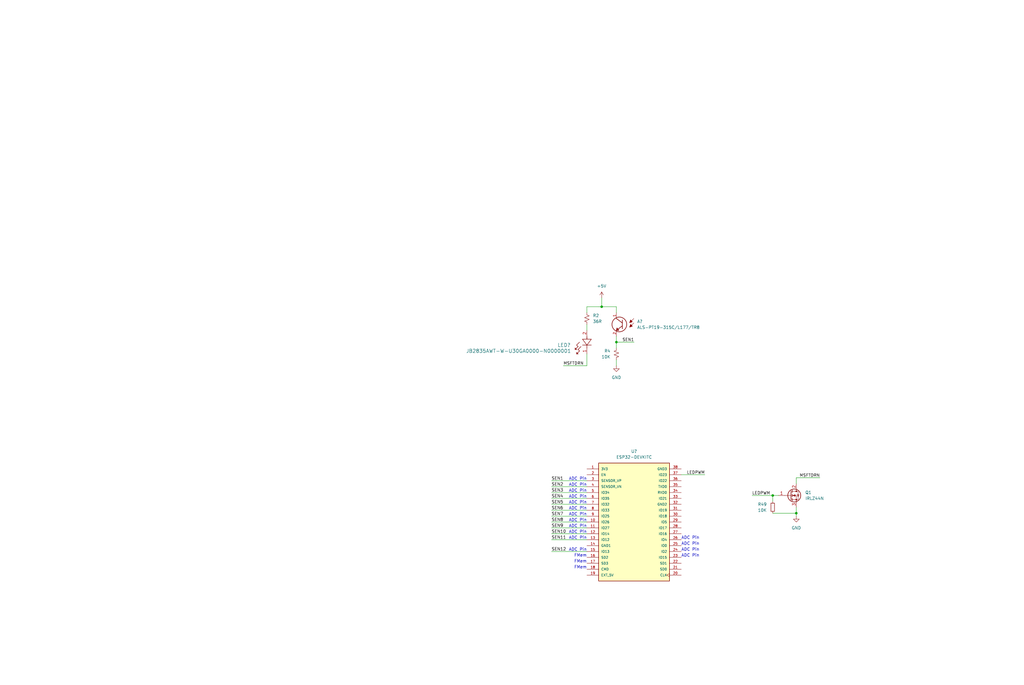
<source format=kicad_sch>
(kicad_sch (version 20211123) (generator eeschema)
  (paper "User" 440.944 294.919)
  (lib_symbols
    (symbol "ALS-PT19-315C_L177_TR8:ALS-PT19-315C{slash}L177{slash}TR8" (pin_names (offset 1.016))
      (property "Reference" "A" (at -10.1556 5.0822 0))
      (property "Value" "ALS-PT19-315C{slash}L177{slash}TR8" (at -10.1508 -7.62 0))
      (symbol "ALS-PT19-315C{slash}L177{slash}TR8_0_0"
        (polyline (pts (xy -4.953 0.635) (xy -3.175 -1.143)) (stroke (width 0.1524)))
        (polyline (pts (xy -4.953 2.54) (xy -3.175 0.762)) (stroke (width 0.1524)))
        (polyline (pts (xy -4.318 -0.762) (xy -3.556 0)) (stroke (width 0.1524)))
        (polyline (pts (xy -4.318 1.143) (xy -3.556 1.905)) (stroke (width 0.1524)))
        (polyline (pts (xy -3.556 0) (xy -3.175 -1.143)) (stroke (width 0.1524)))
        (polyline (pts (xy -3.556 1.905) (xy -3.175 0.762)) (stroke (width 0.1524)))
        (polyline (pts (xy -3.175 -1.143) (xy -4.318 -0.762)) (stroke (width 0.1524)))
        (polyline (pts (xy -3.175 0.762) (xy -4.318 1.143)) (stroke (width 0.1524)))
        (polyline (pts (xy 0 -0.635) (xy 0 -1.905)) (stroke (width 0.254)))
        (polyline (pts (xy 0 -0.635) (xy 2.54 -2.54)) (stroke (width 0.254)))
        (polyline (pts (xy 0 0.635) (xy 0 -0.635)) (stroke (width 0.254)))
        (polyline (pts (xy 0 0.635) (xy 2.54 2.54)) (stroke (width 0.254)))
        (polyline (pts (xy 0 1.905) (xy 0 0.635)) (stroke (width 0.254)))
        (polyline (pts (xy 2.286 -2.286) (xy 2.54 -2.54)) (stroke (width 0.1524)))
        (polyline (pts (xy -4.318 -0.762) (xy -3.175 -1.143) (xy -3.556 0) (xy -4.318 -0.762)) (stroke (width 0.1524)) (fill (type outline)))
        (polyline (pts (xy -4.318 1.143) (xy -3.175 0.762) (xy -3.556 1.905) (xy -4.318 1.143)) (stroke (width 0.1524)) (fill (type outline)))
        (polyline (pts (xy 2.54 -2.54) (xy 2.286 -1.524) (xy 1.524 -2.54) (xy 2.54 -2.54)) (stroke (width 0.254)) (fill (type outline)))
        (circle (center 1.27 0) (radius 3.175) (stroke (width 0.254)))
        (pin passive line (at 2.54 5.08 270) (length 2.54) (name "~") (number "1"))
        (pin passive line (at 2.54 -5.08 90) (length 2.54) (name "~") (number "2"))
      )
    )
    (symbol "Device:R_Small" (pin_numbers hide) (pin_names (offset 0.254) hide)
      (property "Reference" "R" (at 0.762 0.508 0))
      (property "Value" "R_Small" (at 0.762 -1.016 0))
      (symbol "R_Small_0_1"
        (rectangle (start -0.762 1.778) (end 0.762 -1.778) (stroke (width 0.2032)))
      )
      (symbol "R_Small_1_1"
        (pin passive line (at 0 2.54 270) (length 0.762) (name "~") (number "1"))
        (pin passive line (at 0 -2.54 90) (length 0.762) (name "~") (number "2"))
      )
    )
    (symbol "Device:R_Small_US" (pin_numbers hide) (pin_names (offset 0.254) hide)
      (property "Reference" "R" (at 0.762 0.508 0))
      (property "Value" "R_Small_US" (at 0.762 -1.016 0))
      (symbol "R_Small_US_1_1"
        (polyline (pts (xy 0 0) (xy 1.016 -0.381) (xy 0 -0.762) (xy -1.016 -1.143) (xy 0 -1.524)))
        (polyline (pts (xy 0 1.524) (xy 1.016 1.143) (xy 0 0.762) (xy -1.016 0.381) (xy 0 0)))
        (pin passive line (at 0 2.54 270) (length 1.016) (name "~") (number "1"))
        (pin passive line (at 0 -2.54 90) (length 1.016) (name "~") (number "2"))
      )
    )
    (symbol "ESP32-DEVKITC:ESP32-DEVKITC" (pin_names (offset 1.016))
      (property "Reference" "U" (at -15.2572 26.0643 0))
      (property "Value" "ESP32-DEVKITC" (at -15.2563 -27.9698 0))
      (symbol "ESP32-DEVKITC_0_0"
        (rectangle (start -15.24 -25.4) (end 15.24 25.4) (stroke (width 0.254)) (fill (type background)))
        (pin power_in line (at -20.32 22.86 0) (length 5.08) (name "3V3") (number "1"))
        (pin bidirectional line (at -20.32 0 0) (length 5.08) (name "IO26") (number "10"))
        (pin bidirectional line (at -20.32 -2.54 0) (length 5.08) (name "IO27") (number "11"))
        (pin bidirectional line (at -20.32 -5.08 0) (length 5.08) (name "IO14") (number "12"))
        (pin bidirectional line (at -20.32 -7.62 0) (length 5.08) (name "IO12") (number "13"))
        (pin power_in line (at -20.32 -10.16 0) (length 5.08) (name "GND1") (number "14"))
        (pin bidirectional line (at -20.32 -12.7 0) (length 5.08) (name "IO13") (number "15"))
        (pin bidirectional line (at -20.32 -15.24 0) (length 5.08) (name "SD2") (number "16"))
        (pin bidirectional line (at -20.32 -17.78 0) (length 5.08) (name "SD3") (number "17"))
        (pin bidirectional line (at -20.32 -20.32 0) (length 5.08) (name "CMD") (number "18"))
        (pin power_in line (at -20.32 -22.86 0) (length 5.08) (name "EXT_5V") (number "19"))
        (pin input line (at -20.32 20.32 0) (length 5.08) (name "EN") (number "2"))
        (pin input clock (at 20.32 -22.86 180) (length 5.08) (name "CLK") (number "20"))
        (pin bidirectional line (at 20.32 -20.32 180) (length 5.08) (name "SD0") (number "21"))
        (pin bidirectional line (at 20.32 -17.78 180) (length 5.08) (name "SD1") (number "22"))
        (pin bidirectional line (at 20.32 -15.24 180) (length 5.08) (name "IO15") (number "23"))
        (pin bidirectional line (at 20.32 -12.7 180) (length 5.08) (name "IO2") (number "24"))
        (pin bidirectional line (at 20.32 -10.16 180) (length 5.08) (name "IO0") (number "25"))
        (pin bidirectional line (at 20.32 -7.62 180) (length 5.08) (name "IO4") (number "26"))
        (pin bidirectional line (at 20.32 -5.08 180) (length 5.08) (name "IO16") (number "27"))
        (pin bidirectional line (at 20.32 -2.54 180) (length 5.08) (name "IO17") (number "28"))
        (pin bidirectional line (at 20.32 0 180) (length 5.08) (name "IO5") (number "29"))
        (pin input line (at -20.32 17.78 0) (length 5.08) (name "SENSOR_VP") (number "3"))
        (pin bidirectional line (at 20.32 2.54 180) (length 5.08) (name "IO18") (number "30"))
        (pin bidirectional line (at 20.32 5.08 180) (length 5.08) (name "IO19") (number "31"))
        (pin power_in line (at 20.32 7.62 180) (length 5.08) (name "GND2") (number "32"))
        (pin bidirectional line (at 20.32 10.16 180) (length 5.08) (name "IO21") (number "33"))
        (pin input line (at 20.32 12.7 180) (length 5.08) (name "RXD0") (number "34"))
        (pin output line (at 20.32 15.24 180) (length 5.08) (name "TXD0") (number "35"))
        (pin bidirectional line (at 20.32 17.78 180) (length 5.08) (name "IO22") (number "36"))
        (pin bidirectional line (at 20.32 20.32 180) (length 5.08) (name "IO23") (number "37"))
        (pin power_in line (at 20.32 22.86 180) (length 5.08) (name "GND3") (number "38"))
        (pin input line (at -20.32 15.24 0) (length 5.08) (name "SENSOR_VN") (number "4"))
        (pin bidirectional line (at -20.32 12.7 0) (length 5.08) (name "IO34") (number "5"))
        (pin bidirectional line (at -20.32 10.16 0) (length 5.08) (name "IO35") (number "6"))
        (pin bidirectional line (at -20.32 7.62 0) (length 5.08) (name "IO32") (number "7"))
        (pin bidirectional line (at -20.32 5.08 0) (length 5.08) (name "IO33") (number "8"))
        (pin bidirectional line (at -20.32 2.54 0) (length 5.08) (name "IO25") (number "9"))
      )
    )
    (symbol "JB2835AWT-W-U30GA0000-N0000001:JB2835AWT-W-U30GA0000-N0000001" (pin_names (offset 0.254))
      (property "Reference" "LED" (at 5.08 -4.445 0))
      (property "Value" "JB2835AWT-W-U30GA0000-N0000001" (at 5.08 -7.62 0))
      (symbol "JB2835AWT-W-U30GA0000-N0000001_1_1"
        (polyline (pts (xy 2.54 0) (xy 3.4798 0)) (stroke (width 0.2032)))
        (polyline (pts (xy 3.175 0) (xy 3.81 0)) (stroke (width 0.2032)))
        (polyline (pts (xy 3.81 -1.905) (xy 6.35 0)) (stroke (width 0.2032)))
        (polyline (pts (xy 3.81 1.905) (xy 3.81 -1.905)) (stroke (width 0.2032)))
        (polyline (pts (xy 5.08 3.175) (xy 6.35 4.445)) (stroke (width 0.2032)))
        (polyline (pts (xy 6.35 -1.905) (xy 6.35 1.905)) (stroke (width 0.2032)))
        (polyline (pts (xy 6.35 0) (xy 3.81 1.905)) (stroke (width 0.2032)))
        (polyline (pts (xy 6.35 0) (xy 7.62 0)) (stroke (width 0.2032)))
        (polyline (pts (xy 6.35 4.445) (xy 6.985 3.81)) (stroke (width 0.2032)))
        (polyline (pts (xy 6.985 2.54) (xy 8.255 3.81)) (stroke (width 0.2032)))
        (polyline (pts (xy 6.985 3.81) (xy 8.255 5.08)) (stroke (width 0.2032)))
        (polyline (pts (xy 7.62 5.08) (xy 8.255 4.445)) (stroke (width 0.2032)))
        (polyline (pts (xy 8.255 3.81) (xy 8.89 3.175)) (stroke (width 0.2032)))
        (polyline (pts (xy 8.255 4.445) (xy 8.255 5.08)) (stroke (width 0.2032)))
        (polyline (pts (xy 8.255 5.08) (xy 7.62 5.08)) (stroke (width 0.2032)))
        (polyline (pts (xy 8.89 3.175) (xy 10.16 4.445)) (stroke (width 0.2032)))
        (polyline (pts (xy 9.525 4.445) (xy 10.16 3.81)) (stroke (width 0.2032)))
        (polyline (pts (xy 10.16 3.81) (xy 10.16 4.445)) (stroke (width 0.2032)))
        (polyline (pts (xy 10.16 4.445) (xy 9.525 4.445)) (stroke (width 0.2032)))
        (pin unspecified line (at 10.16 0 180) (length 2.54) (name "") (number "1"))
        (pin unspecified line (at 0 0 0) (length 2.54) (name "") (number "2"))
      )
      (symbol "JB2835AWT-W-U30GA0000-N0000001_1_2"
        (polyline (pts (xy -5.08 7.62) (xy -4.445 8.255)) (stroke (width 0.2032)))
        (polyline (pts (xy -5.08 8.255) (xy -5.08 7.62)) (stroke (width 0.2032)))
        (polyline (pts (xy -4.445 6.35) (xy -3.81 6.985)) (stroke (width 0.2032)))
        (polyline (pts (xy -4.445 8.255) (xy -5.08 8.255)) (stroke (width 0.2032)))
        (polyline (pts (xy -4.445 9.525) (xy -3.81 10.16)) (stroke (width 0.2032)))
        (polyline (pts (xy -4.445 10.16) (xy -4.445 9.525)) (stroke (width 0.2032)))
        (polyline (pts (xy -3.81 6.985) (xy -5.08 8.255)) (stroke (width 0.2032)))
        (polyline (pts (xy -3.81 8.255) (xy -3.175 8.89)) (stroke (width 0.2032)))
        (polyline (pts (xy -3.81 10.16) (xy -4.445 10.16)) (stroke (width 0.2032)))
        (polyline (pts (xy -3.175 5.08) (xy -4.445 6.35)) (stroke (width 0.2032)))
        (polyline (pts (xy -3.175 8.89) (xy -4.445 10.16)) (stroke (width 0.2032)))
        (polyline (pts (xy -2.54 6.985) (xy -3.81 8.255)) (stroke (width 0.2032)))
        (polyline (pts (xy -1.905 3.81) (xy 1.905 3.81)) (stroke (width 0.2032)))
        (polyline (pts (xy 0 2.54) (xy 0 3.4798)) (stroke (width 0.2032)))
        (polyline (pts (xy 0 3.175) (xy 0 3.81)) (stroke (width 0.2032)))
        (polyline (pts (xy 0 6.35) (xy -1.905 3.81)) (stroke (width 0.2032)))
        (polyline (pts (xy 0 6.35) (xy 0 7.62)) (stroke (width 0.2032)))
        (polyline (pts (xy 1.905 3.81) (xy 0 6.35)) (stroke (width 0.2032)))
        (polyline (pts (xy 1.905 6.35) (xy -1.905 6.35)) (stroke (width 0.2032)))
        (pin unspecified line (at 0 10.16 270) (length 2.54) (name "") (number "1"))
        (pin unspecified line (at 0 0 90) (length 2.54) (name "") (number "2"))
      )
    )
    (symbol "Transistor_FET:IRLZ44N" (pin_names hide)
      (property "Reference" "Q" (at 6.35 1.905 0))
      (property "Value" "IRLZ44N" (at 6.35 0 0))
      (symbol "IRLZ44N_0_1"
        (polyline (pts (xy 0.254 0) (xy -2.54 0)))
        (polyline (pts (xy 0.254 1.905) (xy 0.254 -1.905)) (stroke (width 0.254)))
        (polyline (pts (xy 0.762 -1.27) (xy 0.762 -2.286)) (stroke (width 0.254)))
        (polyline (pts (xy 0.762 0.508) (xy 0.762 -0.508)) (stroke (width 0.254)))
        (polyline (pts (xy 0.762 2.286) (xy 0.762 1.27)) (stroke (width 0.254)))
        (polyline (pts (xy 2.54 2.54) (xy 2.54 1.778)))
        (polyline (pts (xy 2.54 -2.54) (xy 2.54 0) (xy 0.762 0)))
        (polyline (pts (xy 0.762 -1.778) (xy 3.302 -1.778) (xy 3.302 1.778) (xy 0.762 1.778)))
        (polyline (pts (xy 1.016 0) (xy 2.032 0.381) (xy 2.032 -0.381) (xy 1.016 0)) (fill (type outline)))
        (polyline (pts (xy 2.794 0.508) (xy 2.921 0.381) (xy 3.683 0.381) (xy 3.81 0.254)))
        (polyline (pts (xy 3.302 0.381) (xy 2.921 -0.254) (xy 3.683 -0.254) (xy 3.302 0.381)))
        (circle (center 1.651 0) (radius 2.794) (stroke (width 0.254)))
        (circle (center 2.54 -1.778) (radius 0.254) (fill (type outline)))
        (circle (center 2.54 1.778) (radius 0.254) (fill (type outline)))
      )
      (symbol "IRLZ44N_1_1"
        (pin input line (at -5.08 0 0) (length 2.54) (name "G") (number "1"))
        (pin passive line (at 2.54 5.08 270) (length 2.54) (name "D") (number "2"))
        (pin passive line (at 2.54 -5.08 90) (length 2.54) (name "S") (number "3"))
      )
    )
    (symbol "power:+5V" (power) (pin_names (offset 0))
      (property "Value" "+5V" (at 0 3.556 0))
      (symbol "+5V_0_1"
        (polyline (pts (xy -0.762 1.27) (xy 0 2.54)))
        (polyline (pts (xy 0 0) (xy 0 2.54)))
        (polyline (pts (xy 0 2.54) (xy 0.762 1.27)))
      )
      (symbol "+5V_1_1"
        (pin power_in line (at 0 0 90) (length 0) hide (name "+5V") (number "1"))
      )
    )
    (symbol "power:GND" (power) (pin_names (offset 0))
      (property "Value" "GND" (at 0 -3.81 0))
      (symbol "GND_0_1"
        (polyline (pts (xy 0 0) (xy 0 -1.27) (xy 1.27 -1.27) (xy 0 -2.54) (xy -1.27 -1.27) (xy 0 -1.27)))
      )
      (symbol "GND_1_1"
        (pin power_in line (at 0 0 270) (length 0) hide (name "GND") (number "1"))
      )
    )
  )
  (junction (at 265.43 147.32))
  (junction (at 259.08 132.08))
  (junction (at 342.9 220.98))
  (junction (at 332.74 213.36))
  (wire (pts (xy 237.49 219.71) (xy 252.73 219.71)))
  (wire (pts (xy 252.73 152.4) (xy 252.73 157.48)))
  (wire (pts (xy 252.73 132.08) (xy 252.73 134.62)))
  (wire (pts (xy 242.57 157.48) (xy 252.73 157.48)))
  (wire (pts (xy 237.49 232.41) (xy 252.73 232.41)))
  (wire (pts (xy 265.43 132.08) (xy 259.08 132.08)))
  (wire (pts (xy 252.73 139.7) (xy 252.73 142.24)))
  (wire (pts (xy 342.9 220.98) (xy 342.9 222.25)))
  (wire (pts (xy 342.9 208.28) (xy 342.9 205.74)))
  (wire (pts (xy 237.49 237.49) (xy 252.73 237.49)))
  (wire (pts (xy 342.9 205.74) (xy 353.06 205.74)))
  (wire (pts (xy 237.49 214.63) (xy 252.73 214.63)))
  (wire (pts (xy 237.49 212.09) (xy 252.73 212.09)))
  (wire (pts (xy 237.49 222.25) (xy 252.73 222.25)))
  (wire (pts (xy 259.08 132.08) (xy 252.73 132.08)))
  (wire (pts (xy 237.49 207.01) (xy 252.73 207.01)))
  (wire (pts (xy 332.74 213.36) (xy 332.74 215.9)))
  (wire (pts (xy 237.49 224.79) (xy 252.73 224.79)))
  (wire (pts (xy 265.43 147.32) (xy 265.43 149.86)))
  (wire (pts (xy 265.43 144.78) (xy 265.43 147.32)))
  (wire (pts (xy 237.49 229.87) (xy 252.73 229.87)))
  (wire (pts (xy 237.49 217.17) (xy 252.73 217.17)))
  (wire (pts (xy 237.49 227.33) (xy 252.73 227.33)))
  (wire (pts (xy 259.08 128.27) (xy 259.08 132.08)))
  (wire (pts (xy 237.49 209.55) (xy 252.73 209.55)))
  (wire (pts (xy 332.74 220.98) (xy 342.9 220.98)))
  (wire (pts (xy 332.74 213.36) (xy 335.28 213.36)))
  (wire (pts (xy 265.43 154.94) (xy 265.43 157.48)))
  (wire (pts (xy 265.43 134.62) (xy 265.43 132.08)))
  (wire (pts (xy 323.85 213.36) (xy 332.74 213.36)))
  (wire (pts (xy 342.9 218.44) (xy 342.9 220.98)))
  (wire (pts (xy 303.53 204.47) (xy 293.37 204.47)))
  (wire (pts (xy 265.43 147.32) (xy 273.05 147.32)))
  (text "ADC Pin" (at 252.73 227.33 180) (effects (font (size 1.27 1.27)) (justify right bottom)))
  (text "ADC Pin" (at 252.73 207.01 180) (effects (font (size 1.27 1.27)) (justify right bottom)))
  (text "ADC Pin" (at 293.37 232.41 0) (effects (font (size 1.27 1.27)) (justify left bottom)))
  (text "ADC Pin" (at 293.37 237.49 0) (effects (font (size 1.27 1.27)) (justify left bottom)))
  (text "ADC Pin" (at 252.73 214.63 180) (effects (font (size 1.27 1.27)) (justify right bottom)))
  (text "ADC Pin" (at 252.73 222.25 180) (effects (font (size 1.27 1.27)) (justify right bottom)))
  (text "ADC Pin" (at 252.73 224.79 180) (effects (font (size 1.27 1.27)) (justify right bottom)))
  (text "ADC Pin" (at 252.73 219.71 180) (effects (font (size 1.27 1.27)) (justify right bottom)))
  (text "ADC Pin" (at 252.73 212.09 180) (effects (font (size 1.27 1.27)) (justify right bottom)))
  (text "ADC Pin" (at 252.73 217.17 180) (effects (font (size 1.27 1.27)) (justify right bottom)))
  (text "ADC Pin" (at 252.73 232.41 180) (effects (font (size 1.27 1.27)) (justify right bottom)))
  (text "ADC Pin" (at 293.37 234.95 0) (effects (font (size 1.27 1.27)) (justify left bottom)))
  (text "ADC Pin" (at 293.37 240.03 0) (effects (font (size 1.27 1.27)) (justify left bottom)))
  (text "ADC Pin" (at 252.73 229.87 180) (effects (font (size 1.27 1.27)) (justify right bottom)))
  (text "FMem\n" (at 252.73 242.57 180) (effects (font (size 1.27 1.27)) (justify right bottom)))
  (text "ADC Pin" (at 252.73 209.55 180) (effects (font (size 1.27 1.27)) (justify right bottom)))
  (text "ADC Pin" (at 252.73 237.49 180) (effects (font (size 1.27 1.27)) (justify right bottom)))
  (text "FMem\n" (at 252.73 240.03 180) (effects (font (size 1.27 1.27)) (justify right bottom)))
  (text "FMem\n" (at 252.73 245.11 180) (effects (font (size 1.27 1.27)) (justify right bottom)))
  (label "SEN3" (at 237.49 212.09 0))
  (label "SEN10" (at 237.49 229.87 0))
  (label "SEN1" (at 273.05 147.32 180))
  (label "SEN11" (at 237.49 232.41 0))
  (label "MSFTDRN" (at 242.57 157.48 0))
  (label "SEN4" (at 237.49 214.63 0))
  (label "LEDPWM" (at 323.85 213.36 0))
  (label "SEN7" (at 237.49 222.25 0))
  (label "SEN8" (at 237.49 224.79 0))
  (label "SEN1" (at 237.49 207.01 0))
  (label "SEN5" (at 237.49 217.17 0))
  (label "SEN6" (at 237.49 219.71 0))
  (label "MSFTDRN" (at 353.06 205.74 180))
  (label "SEN9" (at 237.49 227.33 0))
  (label "SEN12" (at 237.49 237.49 0))
  (label "LEDPWM" (at 303.53 204.47 180))
  (label "SEN2" (at 237.49 209.55 0))
  (symbol (lib_id "Transistor_FET:IRLZ44N") (at 340.36 213.36 0) (unit 1)
    (property "Reference" "Q1" (at 346.71 212.0899 0) (effects (justify left)))
    (property "Value" "IRLZ44N" (at 346.71 214.6299 0) (effects (justify left)))
    (property "Footprint" "Package_TO_SOT_THT:TO-220-3_Vertical" (effects hide))
    (property "Datasheet" "http://www.irf.com/product-info/datasheets/data/irlz44n.pdf" (effects hide))
  )
  (symbol (lib_id "Device:R_Small_US") (at 265.43 152.4 0) (mirror x) (unit 1)
    (property "Reference" "R4" (at 262.89 151.1299 0) (effects (justify right)))
    (property "Value" "10K" (at 262.89 153.6699 0) (effects (justify right)))
    (property "Footprint" "Resistor_SMD:R_0402_1005Metric" (effects hide))
  )
  (symbol (lib_id "power:GND") (at 342.9 222.25 0) (unit 1)
    (property "Reference" "#PWR0101" (effects hide))
    (property "Value" "GND" (at 342.9 227.33 0))
  )
  (symbol (lib_id "JB2835AWT-W-U30GA0000-N0000001:JB2835AWT-W-U30GA0000-N0000001") (at 252.73 142.24 90) (mirror x) (unit 1)
    (property "Reference" "LED?" (at 240.03 148.59 90) (effects (font (size 1.524 1.524)) (justify right)))
    (property "Value" "JB2835AWT-W-U30GA0000-N0000001" (at 200.66 151.13 90) (effects (font (size 1.524 1.524)) (justify right)))
    (property "Footprint" "LED_J2835_CRW" (effects hide))
    (property "Datasheet" "JB2835AWT-W-U30GA0000-N0000001" (effects hide))
  )
  (symbol (lib_id "Device:R_Small_US") (at 252.73 137.16 0) (unit 1)
    (property "Reference" "R2" (at 255.27 135.8899 0) (effects (justify left)))
    (property "Value" "36R" (at 255.27 138.4299 0) (effects (justify left)))
    (property "Footprint" "Resistor_SMD:R_0805_2012Metric_Pad1.20x1.40mm_HandSolder" (effects hide))
  )
  (symbol (lib_id "power:+5V") (at 259.08 128.27 0) (unit 1)
    (property "Reference" "#PWR03" (effects hide))
    (property "Value" "+5V" (at 259.08 123.19 0))
  )
  (symbol (lib_id "Device:R_Small") (at 332.74 218.44 0) (mirror x) (unit 1)
    (property "Reference" "R49" (at 330.2 217.1699 0) (effects (justify right)))
    (property "Value" "10K" (at 330.2 219.7099 0) (effects (justify right)))
    (property "Footprint" "Resistor_SMD:R_0805_2012Metric" (effects hide))
  )
  (symbol (lib_id "ALS-PT19-315C_L177_TR8:ALS-PT19-315C{slash}L177{slash}TR8") (at 267.97 139.7 0) (mirror y) (unit 1)
    (property "Reference" "A?" (at 274.32 138.4299 0) (effects (justify right)))
    (property "Value" "ALS-PT19-315C/L177/TR8" (at 274.32 140.9699 0) (effects (justify right)))
    (property "Footprint" "XDCR_ALS-PT19-315C/L177/TR8" (effects hide))
    (property "MAXIMUM_PACKAGE_HEIGHT" "0.7 mm" (effects hide))
    (property "STANDARD" "Manufacturer Recommendations" (effects hide))
    (property "PARTREV" "5" (effects hide))
    (property "MANUFACTURER" "Everlight" (effects hide))
  )
  (symbol (lib_id "ESP32-DEVKITC:ESP32-DEVKITC") (at 273.05 224.79 0) (unit 1)
    (property "Reference" "U?" (at 273.05 194.31 0))
    (property "Value" "ESP32-DEVKITC" (at 273.05 196.85 0))
    (property "Footprint" "MODULE_ESP32-DEVKITC" (effects hide))
    (property "STANDARD" "Manufacturer Recommendations" (effects hide))
    (property "PARTREV" "N/A" (effects hide))
    (property "MANUFACTURER" "ESPRESSIF" (effects hide))
  )
  (symbol (lib_id "power:GND") (at 265.43 157.48 0) (unit 1)
    (property "Reference" "#PWR04" (effects hide))
    (property "Value" "GND" (at 265.43 162.56 0))
  )
)
</source>
